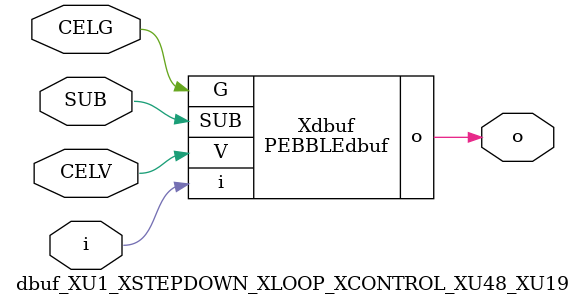
<source format=v>



module PEBBLEdbuf ( o, G, SUB, V, i );

  input V;
  input i;
  input G;
  output o;
  input SUB;
endmodule

//Celera Confidential Do Not Copy dbuf_XU1_XSTEPDOWN_XLOOP_XCONTROL_XU48_XU19
//Celera Confidential Symbol Generator
//Digital Buffer
module dbuf_XU1_XSTEPDOWN_XLOOP_XCONTROL_XU48_XU19 (CELV,CELG,i,o,SUB);
input CELV;
input CELG;
input i;
input SUB;
output o;

//Celera Confidential Do Not Copy dbuf
PEBBLEdbuf Xdbuf(
.V (CELV),
.i (i),
.o (o),
.SUB (SUB),
.G (CELG)
);
//,diesize,PEBBLEdbuf

//Celera Confidential Do Not Copy Module End
//Celera Schematic Generator
endmodule

</source>
